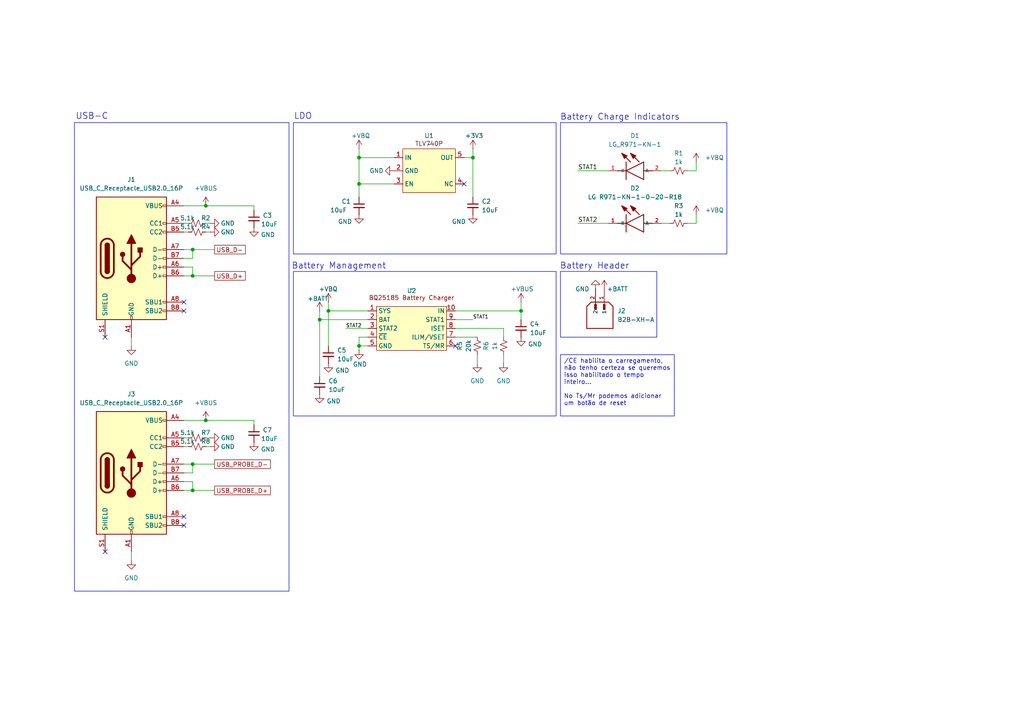
<source format=kicad_sch>
(kicad_sch (version 20250114) (generator "eeschema") (generator_version "9.0")
  (paper "A4")
  (title_block (title "Power Supply") (rev "01") (company "Os Circuitados"))
  (lib_symbols
    (symbol "B2B-XH-A:B2B-XH-A" (pin_names (offset 1.016))
      (property "Reference" "J" (at -2.54 6.35 0))
      (property "Value" "B2B-XH-A" (at -2.54 -5.08 0))
      (symbol "B2B-XH-A_0_0"
        (polyline (pts (xy -3.81 3.81) (xy -3.81 -1.27)) (stroke (width 0.254)))
        (polyline (pts (xy -3.81 3.81) (xy -2.54 5.08)) (stroke (width 0.254)))
        (polyline (pts (xy -3.81 -1.27) (xy -2.54 -2.54)) (stroke (width 0.254)))
        (rectangle (start -3.175 2.2225) (end -1.5875 2.8575) (stroke (width 0.1)) (fill (type outline)))
        (rectangle (start -3.175 -0.3175) (end -1.5875 0.3175) (stroke (width 0.1)) (fill (type outline)))
        (polyline (pts (xy -2.54 -2.54) (xy 3.81 -2.54)) (stroke (width 0.254)))
        (polyline (pts (xy 3.81 5.08) (xy -2.54 5.08)) (stroke (width 0.254)))
        (polyline (pts (xy 3.81 -2.54) (xy 3.81 5.08)) (stroke (width 0.254)))
        (pin passive line (at -7.62 2.54 0) (length 5.08) (name "1") (number "1"))
        (pin passive line (at -7.62 0 0) (length 5.08) (name "2") (number "2"))
      )
    )
    (symbol "Connector:USB_C_Receptacle_USB2.0_16P" (pin_names (offset 1.016))
      (property "Reference" "J" (at 0 22.225 0))
      (property "Value" "USB_C_Receptacle_USB2.0_16P" (at 0 19.685 0))
      (symbol "USB_C_Receptacle_USB2.0_16P_0_0"
        (rectangle (start -0.254 -17.78) (end 0.254 -16.764))
        (rectangle (start 10.16 15.494) (end 9.144 14.986))
        (rectangle (start 10.16 10.414) (end 9.144 9.906))
        (rectangle (start 10.16 7.874) (end 9.144 7.366))
        (rectangle (start 10.16 2.794) (end 9.144 2.286))
        (rectangle (start 10.16 0.254) (end 9.144 -0.254))
        (rectangle (start 10.16 -2.286) (end 9.144 -2.794))
        (rectangle (start 10.16 -4.826) (end 9.144 -5.334))
        (rectangle (start 10.16 -12.446) (end 9.144 -12.954))
        (rectangle (start 10.16 -14.986) (end 9.144 -15.494))
      )
      (symbol "USB_C_Receptacle_USB2.0_16P_0_1"
        (rectangle (start -10.16 17.78) (end 10.16 -17.78) (stroke (width 0.254)) (fill (type background)))
        (polyline (pts (xy -8.89 -3.81) (xy -8.89 3.81)) (stroke (width 0.508)))
        (rectangle (start -7.62 -3.81) (end -6.35 3.81) (stroke (width 0.254)) (fill (type outline)))
        (arc (start -7.62 3.81) (mid -6.985 4.4423) (end -6.35 3.81) (stroke (width 0.254)))
        (arc (start -7.62 3.81) (mid -6.985 4.4423) (end -6.35 3.81) (stroke (width 0.254)) (fill (type outline)))
        (arc (start -8.89 3.81) (mid -6.985 5.7067) (end -5.08 3.81) (stroke (width 0.508)))
        (arc (start -5.08 -3.81) (mid -6.985 -5.7067) (end -8.89 -3.81) (stroke (width 0.508)))
        (arc (start -6.35 -3.81) (mid -6.985 -4.4423) (end -7.62 -3.81) (stroke (width 0.254)))
        (arc (start -6.35 -3.81) (mid -6.985 -4.4423) (end -7.62 -3.81) (stroke (width 0.254)) (fill (type outline)))
        (polyline (pts (xy -5.08 3.81) (xy -5.08 -3.81)) (stroke (width 0.508)))
        (circle (center -2.54 1.143) (radius 0.635) (stroke (width 0.254)) (fill (type outline)))
        (polyline (pts (xy -1.27 4.318) (xy 0 6.858) (xy 1.27 4.318) (xy -1.27 4.318)) (stroke (width 0.254)) (fill (type outline)))
        (polyline (pts (xy 0 -2.032) (xy 2.54 0.508) (xy 2.54 1.778)) (stroke (width 0.508)))
        (polyline (pts (xy 0 -3.302) (xy -2.54 -0.762) (xy -2.54 0.508)) (stroke (width 0.508)))
        (polyline (pts (xy 0 -5.842) (xy 0 4.318)) (stroke (width 0.508)))
        (circle (center 0 -5.842) (radius 1.27) (fill (type outline)))
        (rectangle (start 1.905 1.778) (end 3.175 3.048) (stroke (width 0.254)) (fill (type outline)))
      )
      (symbol "USB_C_Receptacle_USB2.0_16P_1_1"
        (pin passive line (at -7.62 -22.86 90) (length 5.08) (name "SHIELD") (number "S1"))
        (pin passive line (at 0 -22.86 90) (length 5.08) (name "GND") (number "A1"))
        (pin passive line (at 0 -22.86 90) (length 5.08) (hide yes) (name "GND") (number "A12"))
        (pin passive line (at 0 -22.86 90) (length 5.08) (hide yes) (name "GND") (number "B1"))
        (pin passive line (at 0 -22.86 90) (length 5.08) (hide yes) (name "GND") (number "B12"))
        (pin passive line (at 15.24 15.24 180) (length 5.08) (name "VBUS") (number "A4"))
        (pin passive line (at 15.24 15.24 180) (length 5.08) (hide yes) (name "VBUS") (number "A9"))
        (pin passive line (at 15.24 15.24 180) (length 5.08) (hide yes) (name "VBUS") (number "B4"))
        (pin passive line (at 15.24 15.24 180) (length 5.08) (hide yes) (name "VBUS") (number "B9"))
        (pin bidirectional line (at 15.24 10.16 180) (length 5.08) (name "CC1") (number "A5"))
        (pin bidirectional line (at 15.24 7.62 180) (length 5.08) (name "CC2") (number "B5"))
        (pin bidirectional line (at 15.24 2.54 180) (length 5.08) (name "D-") (number "A7"))
        (pin bidirectional line (at 15.24 0 180) (length 5.08) (name "D-") (number "B7"))
        (pin bidirectional line (at 15.24 -2.54 180) (length 5.08) (name "D+") (number "A6"))
        (pin bidirectional line (at 15.24 -5.08 180) (length 5.08) (name "D+") (number "B6"))
        (pin bidirectional line (at 15.24 -12.7 180) (length 5.08) (name "SBU1") (number "A8"))
        (pin bidirectional line (at 15.24 -15.24 180) (length 5.08) (name "SBU2") (number "B8"))
      )
    )
    (symbol "Device:C_Small" (pin_numbers (hide yes)) (pin_names (offset 0.254) (hide yes))
      (property "Reference" "C" (at 0.254 1.778 0))
      (property "Value" "C_Small" (at 0.254 -2.032 0))
      (symbol "C_Small_0_1"
        (polyline (pts (xy -1.524 0.508) (xy 1.524 0.508)) (stroke (width 0.3048)))
        (polyline (pts (xy -1.524 -0.508) (xy 1.524 -0.508)) (stroke (width 0.3302)))
      )
      (symbol "C_Small_1_1"
        (pin passive line (at 0 2.54 270) (length 2.032) (name "~") (number "1"))
        (pin passive line (at 0 -2.54 90) (length 2.032) (name "~") (number "2"))
      )
    )
    (symbol "Device:R_Small_US" (pin_numbers (hide yes)) (pin_names (offset 0.254) (hide yes))
      (property "Reference" "R" (at 0.762 0.508 0))
      (property "Value" "R_Small_US" (at 0.762 -1.016 0))
      (symbol "R_Small_US_1_1"
        (polyline (pts (xy 0 1.524) (xy 1.016 1.143) (xy 0 0.762) (xy -1.016 0.381) (xy 0 0)))
        (polyline (pts (xy 0 0) (xy 1.016 -0.381) (xy 0 -0.762) (xy -1.016 -1.143) (xy 0 -1.524)))
        (pin passive line (at 0 2.54 270) (length 1.016) (name "~") (number "1"))
        (pin passive line (at 0 -2.54 90) (length 1.016) (name "~") (number "2"))
      )
    )
    (symbol "LG_R971-KN-1:LG_R971-KN-1" (pin_names (offset 1.016))
      (property "Reference" "LED" (at 12.7 8.89 0))
      (property "Value" "LG_R971-KN-1" (at 12.7 6.35 0))
      (symbol "LG_R971-KN-1_0_0"
        (polyline (pts (xy 2.54 0) (xy 5.08 0)) (stroke (width 0.254)))
        (polyline (pts (xy 5.08 2.54) (xy 5.08 -2.54)) (stroke (width 0.254)))
        (polyline (pts (xy 5.08 0) (xy 10.16 2.54)) (stroke (width 0.254)))
        (polyline (pts (xy 5.334 4.318) (xy 4.572 3.556) (xy 3.81 5.08) (xy 5.334 4.318)) (stroke (width 0.254)) (fill (type outline)))
        (polyline (pts (xy 6.35 2.54) (xy 3.81 5.08)) (stroke (width 0.254)))
        (polyline (pts (xy 7.874 4.318) (xy 7.112 3.556) (xy 6.35 5.08) (xy 7.874 4.318)) (stroke (width 0.254)) (fill (type outline)))
        (polyline (pts (xy 8.89 2.54) (xy 6.35 5.08)) (stroke (width 0.254)))
        (polyline (pts (xy 10.16 0) (xy 12.7 0)) (stroke (width 0.254)))
        (polyline (pts (xy 10.16 -2.54) (xy 5.08 0)) (stroke (width 0.254)))
        (polyline (pts (xy 10.16 -2.54) (xy 10.16 2.54)) (stroke (width 0.254)))
        (pin bidirectional line (at 0 0 0) (length 2.54) (name "K") (number "1"))
        (pin bidirectional line (at 15.24 0 180) (length 2.54) (name "A") (number "2"))
      )
    )
    (symbol "Power_LDO_TexasInstruments:TLV740P"
      (property "Reference" "U1" (at 0 10.16 0))
      (property "Value" "~" (at 0 7.62 0))
      (symbol "TLV740P_1_1"
        (rectangle (start -7.62 6.35) (end 7.62 -6.35) (fill (type background)))
        (text "TLV740P" (at 0 7.874 0) (effects (font (size 1.27 1.27))))
        (pin passive line (at -10.16 3.81 0) (length 2.54) (name "IN") (number "1"))
        (pin passive line (at -10.16 0 0) (length 2.54) (name "GND") (number "2"))
        (pin passive line (at -10.16 -3.81 0) (length 2.54) (name "EN") (number "3"))
        (pin passive line (at 10.16 3.81 180) (length 2.54) (name "OUT") (number "5"))
        (pin passive line (at 10.16 -3.81 180) (length 2.54) (name "NC") (number "4"))
      )
    )
    (symbol "Power_PMIC_TexasInstruments_BQ25185:BQ25185DLHR"
      (property "Reference" "U2" (at 0 10.922 0))
      (property "Value" "~" (at 0 11.43 0))
      (symbol "BQ25185DLHR_1_1"
        (rectangle (start -10.16 6.35) (end 10.16 -6.35) (fill (type background)))
        (text "BQ25185 Battery Charger" (at 0 8.89 0) (effects (font (size 1.27 1.27))))
        (pin passive line (at -12.7 5.08 0) (length 2.54) (name "SYS") (number "1"))
        (pin passive line (at -12.7 2.54 0) (length 2.54) (name "BAT") (number "2"))
        (pin passive line (at -12.7 0 0) (length 2.54) (name "STAT2") (number "3"))
        (pin passive line (at -12.7 -2.54 0) (length 2.54) (name "~{CE}") (number "4"))
        (pin passive line (at -12.7 -5.08 0) (length 2.54) (name "GND") (number "5"))
        (pin passive line (at 12.7 5.08 180) (length 2.54) (name "IN") (number "10"))
        (pin passive line (at 12.7 2.54 180) (length 2.54) (name "STAT1") (number "9"))
        (pin passive line (at 12.7 0 180) (length 2.54) (name "ISET") (number "8"))
        (pin passive line (at 12.7 -2.54 180) (length 2.54) (name "ILIM/VSET") (number "7"))
        (pin passive line (at 12.7 -5.08 180) (length 2.54) (name "TS/MR") (number "6"))
      )
    )
    (symbol "power:+3V3" (power) (pin_numbers (hide yes)) (pin_names (offset 0) (hide yes))
      (property "Value" "+3V3" (at 0 3.556 0))
      (symbol "+3V3_0_1"
        (polyline (pts (xy -0.762 1.27) (xy 0 2.54)))
        (polyline (pts (xy 0 2.54) (xy 0.762 1.27)))
        (polyline (pts (xy 0 0) (xy 0 2.54)))
      )
      (symbol "+3V3_1_1"
        (pin power_in line (at 0 0 90) (length 0) (name "~") (number "1"))
      )
    )
    (symbol "power:+BATT" (power) (pin_numbers (hide yes)) (pin_names (offset 0) (hide yes))
      (property "Value" "+BATT" (at 0 3.556 0))
      (symbol "+BATT_0_1"
        (polyline (pts (xy -0.762 1.27) (xy 0 2.54)))
        (polyline (pts (xy 0 2.54) (xy 0.762 1.27)))
        (polyline (pts (xy 0 0) (xy 0 2.54)))
      )
      (symbol "+BATT_1_1"
        (pin power_in line (at 0 0 90) (length 0) (name "~") (number "1"))
      )
    )
    (symbol "power:GND" (power) (pin_numbers (hide yes)) (pin_names (offset 0) (hide yes))
      (property "Value" "GND" (at 0 -3.81 0))
      (symbol "GND_0_1"
        (polyline (pts (xy 0 0) (xy 0 -1.27) (xy 1.27 -1.27) (xy 0 -2.54) (xy -1.27 -1.27) (xy 0 -1.27)))
      )
      (symbol "GND_1_1"
        (pin power_in line (at 0 0 270) (length 0) (name "~") (number "1"))
      )
    )
    (symbol "power:VBUS" (power) (pin_numbers (hide yes)) (pin_names (offset 0) (hide yes))
      (property "Value" "VBUS" (at 0 3.556 0))
      (symbol "VBUS_0_1"
        (polyline (pts (xy -0.762 1.27) (xy 0 2.54)))
        (polyline (pts (xy 0 2.54) (xy 0.762 1.27)))
        (polyline (pts (xy 0 0) (xy 0 2.54)))
      )
      (symbol "VBUS_1_1"
        (pin power_in line (at 0 0 90) (length 0) (name "~") (number "1"))
      )
    )
  )
  (rectangle (start 21.59 35.56) (end 83.82 171.45))
  (rectangle (start 162.56 35.56) (end 210.82 73.66))
  (rectangle (start 85.09 35.56) (end 161.29 73.66))
  (rectangle (start 85.09 78.74) (end 161.29 120.65))
  (rectangle (start 162.56 78.74) (end 190.5 97.79))
  (text "Battery Header" (at 172.466 77.216 0) (effects (font (size 1.778 1.778))))
  (text "Battery Charge Indicators" (at 179.832 34.036 0) (effects (font (size 1.778 1.778))))
  (text "USB-C" (at 26.67 33.782 0) (effects (font (size 1.778 1.778))))
  (text "Battery Management" (at 98.298 77.216 0) (effects (font (size 1.778 1.778))))
  (text "LDO" (at 87.884 33.782 0) (effects (font (size 1.778 1.778))))
  (text_box "/CE habilita o carregamento, não tenho certeza se queremos isso habilitado o tempo inteiro...\n\nNo Ts/Mr podemos adicionar um botão de reset" (at 162.56 102.87 0) (size 33.02 17.78) (margins 0.9525 0.9525 0.9525 0.9525) (effects (font (size 1.27 1.27)) (justify left top)))
  (junction (at 59.69 59.69))
  (junction (at 95.25 90.17))
  (junction (at 92.71 92.71))
  (junction (at 55.88 72.39))
  (junction (at 137.16 45.72))
  (junction (at 55.88 134.62))
  (junction (at 55.88 142.24))
  (junction (at 104.14 100.33))
  (junction (at 104.14 45.72))
  (junction (at 151.13 90.17))
  (junction (at 55.88 80.01))
  (junction (at 104.14 53.34))
  (junction (at 59.69 121.92))
  (no_connect (at 30.48 160.02))
  (no_connect (at 53.34 149.86))
  (no_connect (at 53.34 152.4))
  (no_connect (at 134.62 53.34))
  (no_connect (at 53.34 87.63))
  (no_connect (at 30.48 97.79))
  (no_connect (at 53.34 90.17))
  (no_connect (at 132.08 100.33))
  (wire (pts (xy 191.77 49.53) (xy 194.31 49.53)))
  (wire (pts (xy 53.34 80.01) (xy 55.88 80.01)))
  (wire (pts (xy 151.13 87.63) (xy 151.13 90.17)))
  (wire (pts (xy 53.34 64.77) (xy 54.61 64.77)))
  (wire (pts (xy 59.69 127) (xy 60.96 127)))
  (wire (pts (xy 53.34 127) (xy 54.61 127)))
  (wire (pts (xy 53.34 129.54) (xy 54.61 129.54)))
  (wire (pts (xy 59.69 129.54) (xy 60.96 129.54)))
  (wire (pts (xy 53.34 134.62) (xy 55.88 134.62)))
  (wire (pts (xy 104.14 53.34) (xy 114.3 53.34)))
  (wire (pts (xy 137.16 43.18) (xy 137.16 45.72)))
  (wire (pts (xy 201.93 64.77) (xy 199.39 64.77)))
  (wire (pts (xy 73.66 60.96) (xy 73.66 59.69)))
  (wire (pts (xy 146.05 102.87) (xy 146.05 105.41)))
  (wire (pts (xy 132.08 97.79) (xy 138.43 97.79)))
  (wire (pts (xy 100.33 95.25) (xy 106.68 95.25)))
  (wire (pts (xy 104.14 100.33) (xy 106.68 100.33)))
  (wire (pts (xy 132.08 92.71) (xy 137.16 92.71)))
  (wire (pts (xy 73.66 121.92) (xy 59.69 121.92)))
  (wire (pts (xy 38.1 97.79) (xy 38.1 100.33)))
  (wire (pts (xy 95.25 90.17) (xy 95.25 100.33)))
  (wire (pts (xy 38.1 160.02) (xy 38.1 162.56)))
  (wire (pts (xy 59.69 67.31) (xy 60.96 67.31)))
  (wire (pts (xy 104.14 97.79) (xy 106.68 97.79)))
  (wire (pts (xy 151.13 90.17) (xy 151.13 92.71)))
  (wire (pts (xy 55.88 142.24) (xy 62.23 142.24)))
  (wire (pts (xy 104.14 43.18) (xy 104.14 45.72)))
  (wire (pts (xy 53.34 74.93) (xy 55.88 74.93)))
  (wire (pts (xy 59.69 64.77) (xy 60.96 64.77)))
  (wire (pts (xy 53.34 77.47) (xy 55.88 77.47)))
  (wire (pts (xy 191.77 64.77) (xy 194.31 64.77)))
  (wire (pts (xy 55.88 134.62) (xy 55.88 137.16)))
  (wire (pts (xy 104.14 45.72) (xy 104.14 53.34)))
  (wire (pts (xy 55.88 72.39) (xy 55.88 74.93)))
  (wire (pts (xy 55.88 80.01) (xy 62.23 80.01)))
  (wire (pts (xy 55.88 77.47) (xy 55.88 80.01)))
  (wire (pts (xy 92.71 90.17) (xy 92.71 92.71)))
  (wire (pts (xy 146.05 95.25) (xy 146.05 97.79)))
  (wire (pts (xy 201.93 46.99) (xy 201.93 49.53)))
  (wire (pts (xy 53.34 139.7) (xy 55.88 139.7)))
  (wire (pts (xy 137.16 45.72) (xy 137.16 57.15)))
  (wire (pts (xy 104.14 100.33) (xy 104.14 97.79)))
  (wire (pts (xy 73.66 59.69) (xy 59.69 59.69)))
  (wire (pts (xy 201.93 62.23) (xy 201.93 64.77)))
  (wire (pts (xy 137.16 45.72) (xy 134.62 45.72)))
  (wire (pts (xy 104.14 45.72) (xy 114.3 45.72)))
  (wire (pts (xy 167.64 64.77) (xy 176.53 64.77)))
  (wire (pts (xy 132.08 95.25) (xy 146.05 95.25)))
  (wire (pts (xy 53.34 67.31) (xy 54.61 67.31)))
  (wire (pts (xy 138.43 102.87) (xy 138.43 105.41)))
  (wire (pts (xy 95.25 87.63) (xy 95.25 90.17)))
  (wire (pts (xy 92.71 92.71) (xy 106.68 92.71)))
  (wire (pts (xy 104.14 53.34) (xy 104.14 57.15)))
  (wire (pts (xy 104.14 101.6) (xy 104.14 100.33)))
  (wire (pts (xy 53.34 121.92) (xy 59.69 121.92)))
  (wire (pts (xy 55.88 134.62) (xy 62.23 134.62)))
  (wire (pts (xy 167.64 49.53) (xy 176.53 49.53)))
  (wire (pts (xy 55.88 72.39) (xy 62.23 72.39)))
  (wire (pts (xy 151.13 90.17) (xy 132.08 90.17)))
  (wire (pts (xy 73.66 123.19) (xy 73.66 121.92)))
  (wire (pts (xy 92.71 92.71) (xy 92.71 109.22)))
  (wire (pts (xy 55.88 139.7) (xy 55.88 142.24)))
  (wire (pts (xy 201.93 49.53) (xy 199.39 49.53)))
  (wire (pts (xy 95.25 90.17) (xy 106.68 90.17)))
  (wire (pts (xy 53.34 137.16) (xy 55.88 137.16)))
  (wire (pts (xy 53.34 59.69) (xy 59.69 59.69)))
  (wire (pts (xy 53.34 142.24) (xy 55.88 142.24)))
  (wire (pts (xy 53.34 72.39) (xy 55.88 72.39)))
  (label "STAT1" (at 167.64 49.53 0))
  (label "STAT2" (at 167.64 64.77 0))
  (label "STAT1" (at 137.16 92.71 0) (effects (font (size 1.016 1.016))))
  (label "STAT2" (at 100.33 95.25 0) (effects (font (size 1.016 1.016))))
  (global_label "USB_PROBE_D+" (shape passive) (at 62.23 142.24 0) (property "Intersheetrefs" "${INTERSHEET_REFS}" (effects (hide yes))))
  (global_label "USB_D-" (shape passive) (at 62.23 72.39 0) (property "Intersheetrefs" "${INTERSHEET_REFS}" (effects (hide yes))))
  (global_label "USB_D+" (shape passive) (at 62.23 80.01 0) (property "Intersheetrefs" "${INTERSHEET_REFS}" (effects (hide yes))))
  (global_label "USB_PROBE_D-" (shape passive) (at 62.23 134.62 0) (property "Intersheetrefs" "${INTERSHEET_REFS}" (effects (hide yes))))
  (symbol (lib_id "Device:C_Small") (at 73.66 125.73 0) (unit 1)
    (property "Reference" "C7" (at 76.2 124.714 0) (effects (justify left)))
    (property "Value" "10uF" (at 75.692 127.254 0) (effects (justify left)))
    (property "Description" "Unpolarized capacitor, small symbol" (effects (hide yes)))
  )
  (symbol (lib_id "power:VBUS") (at 151.13 87.63 0) (unit 1)
    (property "Reference" "#PWR015" (effects (hide yes)))
    (property "Value" "+VBUS" (at 148.082 83.82 0) (effects (justify left)))
    (property "Description" "Power symbol creates a global label with name \"VBUS\"" (effects (hide yes)))
  )
  (symbol (lib_id "power:VBUS") (at 59.69 121.92 0) (unit 1)
    (property "Reference" "#PWR024" (effects (hide yes)))
    (property "Value" "+VBUS" (at 59.69 116.84 0))
    (property "Description" "Power symbol creates a global label with name \"VBUS\"" (effects (hide yes)))
  )
  (symbol (lib_id "Power_LDO_TexasInstruments:TLV740P") (at 124.46 49.53 0) (unit 1)
    (property "Reference" "U1" (at 124.46 39.37 0))
    (property "Value" "~" (at 124.46 41.91 0))
  )
  (symbol (lib_id "Device:R_Small_US") (at 146.05 100.33 180) (unit 1)
    (property "Reference" "R6" (at 140.97 100.33 90))
    (property "Value" "1k" (at 143.51 100.33 90))
    (property "Footprint" "Resistor_SMD:R_0402_1005Metric" (effects (hide yes)))
    (property "Datasheet" "https://www.digikey.com.br/en/products/detail/yageo/RC0402JR-071KL/726408" (effects (hide yes)))
    (property "Description" "Resistor, small US symbol" (effects (hide yes)))
    (property "MPN" "RC0402JR-071KL" (effects (hide yes)))
  )
  (symbol (lib_id "Power_PMIC_TexasInstruments_BQ25185:BQ25185DLHR") (at 119.38 95.25 0) (unit 1)
    (property "Reference" "U2" (at 119.38 84.328 0))
    (property "Value" "~" (at 119.38 83.82 0))
  )
  (symbol (lib_id "power:GND") (at 38.1 100.33 0) (unit 1)
    (property "Reference" "#PWR018" (effects (hide yes)))
    (property "Value" "GND" (at 38.1 105.41 0))
    (property "Description" "Power symbol creates a global label with name \"GND\" , ground" (effects (hide yes)))
  )
  (symbol (lib_id "power:GND") (at 137.16 62.23 0) (unit 1)
    (property "Reference" "#PWR07" (effects (hide yes)))
    (property "Value" "GND" (at 135.128 64.262 0) (effects (justify right)))
    (property "Description" "Power symbol creates a global label with name \"GND\" , ground" (effects (hide yes)))
  )
  (symbol (lib_id "power:VBUS") (at 95.25 87.63 0) (unit 1)
    (property "Reference" "#PWR014" (effects (hide yes)))
    (property "Value" "+VBQ" (at 92.456 83.82 0) (effects (justify left)))
    (property "Description" "Power symbol creates a global label with name \"VBUS\"" (effects (hide yes)))
  )
  (symbol (lib_id "power:+BATT") (at 92.71 90.17 0) (unit 1)
    (property "Reference" "#PWR016" (effects (hide yes)))
    (property "Value" "+BATT" (at 89.154 86.614 0) (effects (justify left)))
    (property "Description" "Power symbol creates a global label with name \"+BATT\"" (effects (hide yes)))
  )
  (symbol (lib_id "power:GND") (at 73.66 66.04 0) (unit 1)
    (property "Reference" "#PWR010" (effects (hide yes)))
    (property "Value" "GND" (at 79.756 68.072 0) (effects (justify right)))
    (property "Description" "Power symbol creates a global label with name \"GND\" , ground" (effects (hide yes)))
  )
  (symbol (lib_id "Device:R_Small_US") (at 196.85 49.53 90) (unit 1)
    (property "Reference" "R1" (at 196.85 44.45 90))
    (property "Value" "1k" (at 196.85 46.99 90))
    (property "Footprint" "Resistor_SMD:R_0402_1005Metric" (effects (hide yes)))
    (property "Datasheet" "https://www.digikey.com.br/en/products/detail/yageo/RC0402JR-071KL/726408" (effects (hide yes)))
    (property "Description" "Resistor, small US symbol" (effects (hide yes)))
    (property "MPN" "RC0402JR-071KL" (effects (hide yes)))
  )
  (symbol (lib_id "B2B-XH-A:B2B-XH-A") (at 172.72 91.44 270) (unit 1)
    (property "Reference" "J2" (at 179.07 90.1699 90) (effects (justify left)))
    (property "Value" "B2B-XH-A" (at 179.07 92.7099 90) (effects (justify left)))
    (property "Footprint" "B2B-XH-A:JST_B2B-XH-A" (effects (hide yes)))
    (property "MF" "JST Sales" (effects (hide yes)))
    (property "MAXIMUM_PACKAGE_HEIGHT" "7 mm" (effects (hide yes)))
    (property "Package" "None" (effects (hide yes)))
    (property "Price" "None" (effects (hide yes)))
    (property "Check_prices" "https://www.snapeda.com/parts/B2B-XH-A/JST/view-part/?ref=eda" (effects (hide yes)))
    (property "STANDARD" "Manufacturer Recommendations" (effects (hide yes)))
    (property "PARTREV" "N/A" (effects (hide yes)))
    (property "SnapEDA_Link" "https://www.snapeda.com/parts/B2B-XH-A/JST/view-part/?ref=snap" (effects (hide yes)))
    (property "MPN" "B2B-XH-A" (effects (hide yes)))
    (property "Description_1" "Connector Header Through Hole 2 position 0.098 (2.50mm)" (effects (hide yes)))
    (property "Availability" "In Stock" (effects (hide yes)))
    (property "MANUFACTURER" "JST Sales America Inc." (effects (hide yes)))
  )
  (symbol (lib_id "Device:C_Small") (at 95.25 102.87 0) (unit 1)
    (property "Reference" "C5" (at 97.79 101.6062 0) (effects (justify left)))
    (property "Value" "10uF" (at 97.79 104.1462 0) (effects (justify left)))
    (property "Description" "Unpolarized capacitor, small symbol" (effects (hide yes)))
  )
  (symbol (lib_id "Device:R_Small_US") (at 57.15 64.77 90) (unit 1)
    (property "Reference" "R2" (at 59.69 63.246 90))
    (property "Value" "5.1k" (at 54.356 63.246 90))
    (property "Footprint" "Resistor_SMD:R_0402_1005Metric" (effects (hide yes)))
    (property "Datasheet" "https://www.digikey.com.br/en/products/detail/yageo/RC0402JR-071KL/726408" (effects (hide yes)))
    (property "Description" "Resistor, small US symbol" (effects (hide yes)))
    (property "MPN" "AC0402FR-075K1L" (effects (hide yes)))
  )
  (symbol (lib_id "power:GND") (at 38.1 162.56 0) (unit 1)
    (property "Reference" "#PWR028" (effects (hide yes)))
    (property "Value" "GND" (at 38.1 167.64 0))
    (property "Description" "Power symbol creates a global label with name \"GND\" , ground" (effects (hide yes)))
  )
  (symbol (lib_id "power:GND") (at 146.05 105.41 0) (unit 1)
    (property "Reference" "#PWR022" (effects (hide yes)))
    (property "Value" "GND" (at 146.05 110.49 0))
    (property "Description" "Power symbol creates a global label with name \"GND\" , ground" (effects (hide yes)))
  )
  (symbol (lib_id "power:GND") (at 60.96 64.77 90) (unit 1)
    (property "Reference" "#PWR09" (effects (hide yes)))
    (property "Value" "GND" (at 64.008 64.77 90) (effects (justify right)))
    (property "Description" "Power symbol creates a global label with name \"GND\" , ground" (effects (hide yes)))
  )
  (symbol (lib_id "power:GND") (at 92.71 114.3 0) (unit 1)
    (property "Reference" "#PWR023" (effects (hide yes)))
    (property "Value" "GND" (at 98.806 116.332 0) (effects (justify right)))
    (property "Description" "Power symbol creates a global label with name \"GND\" , ground" (effects (hide yes)))
  )
  (symbol (lib_id "power:GND") (at 60.96 67.31 90) (unit 1)
    (property "Reference" "#PWR011" (effects (hide yes)))
    (property "Value" "GND" (at 64.008 67.31 90) (effects (justify right)))
    (property "Description" "Power symbol creates a global label with name \"GND\" , ground" (effects (hide yes)))
  )
  (symbol (lib_id "power:GND") (at 60.96 129.54 90) (unit 1)
    (property "Reference" "#PWR027" (effects (hide yes)))
    (property "Value" "GND" (at 64.008 129.54 90) (effects (justify right)))
    (property "Description" "Power symbol creates a global label with name \"GND\" , ground" (effects (hide yes)))
  )
  (symbol (lib_id "power:GND") (at 114.3 49.53 270) (unit 1)
    (property "Reference" "#PWR04" (effects (hide yes)))
    (property "Value" "GND" (at 111.252 49.53 90) (effects (justify right)))
    (property "Description" "Power symbol creates a global label with name \"GND\" , ground" (effects (hide yes)))
  )
  (symbol (lib_id "power:GND") (at 104.14 101.6 0) (unit 1)
    (property "Reference" "#PWR019" (effects (hide yes)))
    (property "Value" "GND" (at 106.426 105.664 0) (effects (justify right)))
    (property "Description" "Power symbol creates a global label with name \"GND\" , ground" (effects (hide yes)))
  )
  (symbol (lib_id "power:VBUS") (at 201.93 62.23 0) (unit 1)
    (property "Reference" "#PWR08" (effects (hide yes)))
    (property "Value" "+VBQ" (at 204.47 60.9599 0) (effects (justify left)))
    (property "Description" "Power symbol creates a global label with name \"VBUS\"" (effects (hide yes)))
  )
  (symbol (lib_id "Device:C_Small") (at 104.14 59.69 0) (unit 1)
    (property "Reference" "C1" (at 99.06 58.42 0) (effects (justify left)))
    (property "Value" "10uF" (at 95.758 60.96 0) (effects (justify left)))
    (property "Description" "Unpolarized capacitor, small symbol" (effects (hide yes)))
  )
  (symbol (lib_id "LG_R971-KN-1:LG_R971-KN-1") (at 176.53 64.77 0) (unit 1)
    (property "Reference" "D2" (at 184.15 54.61 0))
    (property "Value" "LG R971-KN-1-0-20-R18" (at 184.15 57.15 0))
    (property "Footprint" "LG_R971-KN-1:LEDC2012X80N" (effects (hide yes)))
    (property "MANUFACTURER_NAME" "OSRAM" (effects (hide yes)))
    (property "MF" "OSRAM Opto" (effects (hide yes)))
    (property "MOUSER_PRICE-STOCK" "https://www.mouser.co.uk/ProductDetail/OSRAM-Opto-Semiconductors/LG-R971-KN-1?qs=LsPilcdHE7EX1EB7GCLHxg%3D%3D" (effects (hide yes)))
    (property "DESCRIPTION" "Standard LEDs - SMD Green, 570nm 26mcd, 20mA" (effects (hide yes)))
    (property "MOUSER_PART_NUMBER" "720-LGR971-KN-1" (effects (hide yes)))
    (property "Price" "None" (effects (hide yes)))
    (property "Package" "0805 OSRAM Opto Semiconductors Inc." (effects (hide yes)))
    (property "Check_prices" "https://www.snapeda.com/parts/LG%20R971-KN-1/OSRAM/view-part/?ref=eda" (effects (hide yes)))
    (property "HEIGHT" "0.8mm" (effects (hide yes)))
    (property "SnapEDA_Link" "https://www.snapeda.com/parts/LG%20R971-KN-1/OSRAM/view-part/?ref=snap" (effects (hide yes)))
    (property "MP" "LG R971-KN-1" (effects (hide yes)))
    (property "Description_1" "Green 570nm LED Indication - Discrete 2.2V 0805 (2012 Metric)" (effects (hide yes)))
    (property "Availability" "Not in stock" (effects (hide yes)))
    (property "MPN" "LG R971-KN-1-0-20-R18" (effects (hide yes)))
  )
  (symbol (lib_id "power:GND") (at 95.25 105.41 0) (unit 1)
    (property "Reference" "#PWR020" (effects (hide yes)))
    (property "Value" "GND" (at 101.346 107.442 0) (effects (justify right)))
    (property "Description" "Power symbol creates a global label with name \"GND\" , ground" (effects (hide yes)))
  )
  (symbol (lib_id "power:VBUS") (at 201.93 46.99 0) (unit 1)
    (property "Reference" "#PWR03" (effects (hide yes)))
    (property "Value" "+VBQ" (at 204.47 45.7199 0) (effects (justify left)))
    (property "Description" "Power symbol creates a global label with name \"VBUS\"" (effects (hide yes)))
  )
  (symbol (lib_id "LG_R971-KN-1:LG_R971-KN-1") (at 176.53 49.53 0) (unit 1)
    (property "Reference" "D1" (at 184.15 39.37 0))
    (property "Value" "LG_R971-KN-1" (at 184.15 41.91 0))
    (property "Footprint" "LG_R971-KN-1:LEDC2012X80N" (effects (hide yes)))
    (property "MANUFACTURER_NAME" "OSRAM" (effects (hide yes)))
    (property "MF" "OSRAM Opto" (effects (hide yes)))
    (property "MOUSER_PRICE-STOCK" "https://www.mouser.co.uk/ProductDetail/OSRAM-Opto-Semiconductors/LG-R971-KN-1?qs=LsPilcdHE7EX1EB7GCLHxg%3D%3D" (effects (hide yes)))
    (property "DESCRIPTION" "Standard LEDs - SMD Green, 570nm 26mcd, 20mA" (effects (hide yes)))
    (property "MOUSER_PART_NUMBER" "720-LGR971-KN-1" (effects (hide yes)))
    (property "Price" "None" (effects (hide yes)))
    (property "Package" "0805 OSRAM Opto Semiconductors Inc." (effects (hide yes)))
    (property "Check_prices" "https://www.snapeda.com/parts/LG%20R971-KN-1/OSRAM/view-part/?ref=eda" (effects (hide yes)))
    (property "HEIGHT" "0.8mm" (effects (hide yes)))
    (property "SnapEDA_Link" "https://www.snapeda.com/parts/LG%20R971-KN-1/OSRAM/view-part/?ref=snap" (effects (hide yes)))
    (property "MP" "LG R971-KN-1" (effects (hide yes)))
    (property "Description_1" "Green 570nm LED Indication - Discrete 2.2V 0805 (2012 Metric)" (effects (hide yes)))
    (property "Availability" "Not in stock" (effects (hide yes)))
    (property "MPN" "LG R971-KN-1-0-20-R18" (effects (hide yes)))
  )
  (symbol (lib_id "power:GND") (at 60.96 127 90) (unit 1)
    (property "Reference" "#PWR025" (effects (hide yes)))
    (property "Value" "GND" (at 64.008 127 90) (effects (justify right)))
    (property "Description" "Power symbol creates a global label with name \"GND\" , ground" (effects (hide yes)))
  )
  (symbol (lib_id "Device:R_Small_US") (at 57.15 127 90) (unit 1)
    (property "Reference" "R7" (at 59.69 125.476 90))
    (property "Value" "5.1k" (at 54.356 125.476 90))
    (property "Footprint" "Resistor_SMD:R_0402_1005Metric" (effects (hide yes)))
    (property "Datasheet" "https://www.digikey.com.br/en/products/detail/yageo/RC0402JR-071KL/726408" (effects (hide yes)))
    (property "Description" "Resistor, small US symbol" (effects (hide yes)))
    (property "MPN" "AC0402FR-075K1L" (effects (hide yes)))
  )
  (symbol (lib_id "Device:C_Small") (at 92.71 111.76 0) (unit 1)
    (property "Reference" "C6" (at 95.25 110.4962 0) (effects (justify left)))
    (property "Value" "10uF" (at 95.25 113.0362 0) (effects (justify left)))
    (property "Description" "Unpolarized capacitor, small symbol" (effects (hide yes)))
  )
  (symbol (lib_id "Device:C_Small") (at 137.16 59.69 0) (unit 1)
    (property "Reference" "C2" (at 139.7 58.4262 0) (effects (justify left)))
    (property "Value" "10uF" (at 139.7 60.9662 0) (effects (justify left)))
    (property "Description" "Unpolarized capacitor, small symbol" (effects (hide yes)))
  )
  (symbol (lib_id "power:GND") (at 138.43 105.41 0) (unit 1)
    (property "Reference" "#PWR021" (effects (hide yes)))
    (property "Value" "GND" (at 138.43 110.49 0))
    (property "Description" "Power symbol creates a global label with name \"GND\" , ground" (effects (hide yes)))
  )
  (symbol (lib_id "power:VBUS") (at 104.14 43.18 0) (unit 1)
    (property "Reference" "#PWR01" (effects (hide yes)))
    (property "Value" "+VBQ" (at 101.854 39.37 0) (effects (justify left)))
    (property "Description" "Power symbol creates a global label with name \"VBUS\"" (effects (hide yes)))
  )
  (symbol (lib_id "Device:R_Small_US") (at 57.15 129.54 90) (unit 1)
    (property "Reference" "R8" (at 59.69 128.016 90))
    (property "Value" "5.1k" (at 54.356 128.016 90))
    (property "Footprint" "Resistor_SMD:R_0402_1005Metric" (effects (hide yes)))
    (property "Datasheet" "https://www.digikey.com.br/en/products/detail/yageo/AC0402FR-075K1L/5895438" (effects (hide yes)))
    (property "Description" "Resistor, small US symbol" (effects (hide yes)))
    (property "MPN" "AC0402FR-075K1L" (effects (hide yes)))
  )
  (symbol (lib_id "power:GND") (at 151.13 97.79 0) (unit 1)
    (property "Reference" "#PWR017" (effects (hide yes)))
    (property "Value" "GND" (at 157.226 99.822 0) (effects (justify right)))
    (property "Description" "Power symbol creates a global label with name \"GND\" , ground" (effects (hide yes)))
  )
  (symbol (lib_id "power:+3V3") (at 137.16 43.18 0) (unit 1)
    (property "Reference" "#PWR02" (effects (hide yes)))
    (property "Value" "+3V3" (at 134.874 39.37 0) (effects (justify left)))
    (property "Description" "Power symbol creates a global label with name \"+3V3\"" (effects (hide yes)))
  )
  (symbol (lib_id "power:VBUS") (at 59.69 59.69 0) (unit 1)
    (property "Reference" "#PWR05" (effects (hide yes)))
    (property "Value" "+VBUS" (at 59.69 54.61 0))
    (property "Description" "Power symbol creates a global label with name \"VBUS\"" (effects (hide yes)))
  )
  (symbol (lib_id "Device:R_Small_US") (at 196.85 64.77 90) (unit 1)
    (property "Reference" "R3" (at 196.85 59.69 90))
    (property "Value" "1k" (at 196.85 62.23 90))
    (property "Footprint" "Resistor_SMD:R_0402_1005Metric" (effects (hide yes)))
    (property "Datasheet" "https://www.digikey.com.br/en/products/detail/yageo/RC0402JR-071KL/726408" (effects (hide yes)))
    (property "Description" "Resistor, small US symbol" (effects (hide yes)))
    (property "MPN" "RC0402JR-071KL" (effects (hide yes)))
  )
  (symbol (lib_id "Device:R_Small_US") (at 138.43 100.33 180) (unit 1)
    (property "Reference" "R5" (at 133.35 100.33 90))
    (property "Value" "20k" (at 135.89 100.33 90))
    (property "Footprint" "Resistor_SMD:R_0402_1005Metric" (effects (hide yes)))
    (property "Datasheet" "https://www.digikey.com.br/en/products/detail/yageo/RC0402FR-0720KL/726557" (effects (hide yes)))
    (property "Description" "Resistor, small US symbol" (effects (hide yes)))
    (property "MPN" "RC0402FR-0720KL" (effects (hide yes)))
  )
  (symbol (lib_id "Connector:USB_C_Receptacle_USB2.0_16P") (at 38.1 74.93 0) (unit 1)
    (property "Reference" "J1" (at 38.1 52.07 0))
    (property "Value" "USB_C_Receptacle_USB2.0_16P" (at 38.1 54.61 0))
    (property "Datasheet" "https://www.usb.org/sites/default/files/documents/usb_type-c.zip" (effects (hide yes)))
    (property "Description" "USB 2.0-only 16P Type-C Receptacle connector" (effects (hide yes)))
    (property "MPN" "UJ20-C-H-G-SMT-1-P16-TR" (effects (hide yes)))
  )
  (symbol (lib_id "Connector:USB_C_Receptacle_USB2.0_16P") (at 38.1 137.16 0) (unit 1)
    (property "Reference" "J3" (at 38.1 114.3 0))
    (property "Value" "USB_C_Receptacle_USB2.0_16P" (at 38.1 116.84 0))
    (property "Datasheet" "https://www.usb.org/sites/default/files/documents/usb_type-c.zip" (effects (hide yes)))
    (property "Description" "USB 2.0-only 16P Type-C Receptacle connector" (effects (hide yes)))
    (property "MPN" "UJ20-C-H-G-SMT-1-P16-TR" (effects (hide yes)))
  )
  (symbol (lib_id "power:GND") (at 104.14 62.23 0) (unit 1)
    (property "Reference" "#PWR06" (effects (hide yes)))
    (property "Value" "GND" (at 102.108 64.262 0) (effects (justify right)))
    (property "Description" "Power symbol creates a global label with name \"GND\" , ground" (effects (hide yes)))
  )
  (symbol (lib_id "power:+BATT") (at 175.26 83.82 0) (unit 1)
    (property "Reference" "#PWR013" (effects (hide yes)))
    (property "Value" "+BATT" (at 179.07 83.82 0))
    (property "Description" "Power symbol creates a global label with name \"+BATT\"" (effects (hide yes)))
  )
  (symbol (lib_id "Device:C_Small") (at 73.66 63.5 0) (unit 1)
    (property "Reference" "C3" (at 76.2 62.484 0) (effects (justify left)))
    (property "Value" "10uF" (at 75.692 65.024 0) (effects (justify left)))
    (property "Description" "Unpolarized capacitor, small symbol" (effects (hide yes)))
  )
  (symbol (lib_id "Device:C_Small") (at 151.13 95.25 0) (unit 1)
    (property "Reference" "C4" (at 153.67 93.9862 0) (effects (justify left)))
    (property "Value" "10uF" (at 153.67 96.5262 0) (effects (justify left)))
    (property "Description" "Unpolarized capacitor, small symbol" (effects (hide yes)))
  )
  (symbol (lib_id "power:GND") (at 172.72 83.82 180) (unit 1)
    (property "Reference" "#PWR012" (effects (hide yes)))
    (property "Value" "GND" (at 168.91 83.82 0))
    (property "Description" "Power symbol creates a global label with name \"GND\" , ground" (effects (hide yes)))
  )
  (symbol (lib_id "Device:R_Small_US") (at 57.15 67.31 90) (unit 1)
    (property "Reference" "R4" (at 59.69 65.786 90))
    (property "Value" "5.1k" (at 54.356 65.786 90))
    (property "Footprint" "Resistor_SMD:R_0402_1005Metric" (effects (hide yes)))
    (property "Datasheet" "https://www.digikey.com.br/en/products/detail/yageo/AC0402FR-075K1L/5895438" (effects (hide yes)))
    (property "Description" "Resistor, small US symbol" (effects (hide yes)))
    (property "MPN" "AC0402FR-075K1L" (effects (hide yes)))
  )
  (symbol (lib_id "power:GND") (at 73.66 128.27 0) (unit 1)
    (property "Reference" "#PWR026" (effects (hide yes)))
    (property "Value" "GND" (at 79.756 130.302 0) (effects (justify right)))
    (property "Description" "Power symbol creates a global label with name \"GND\" , ground" (effects (hide yes)))
  )
)
</source>
